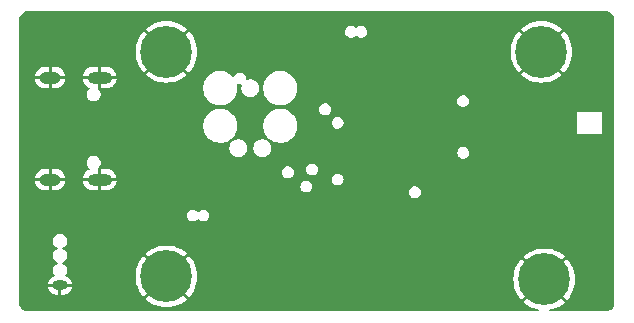
<source format=gbr>
%TF.GenerationSoftware,KiCad,Pcbnew,8.0.2*%
%TF.CreationDate,2024-11-05T19:48:56-03:00*%
%TF.ProjectId,BluetoothBoardSTM32,426c7565-746f-46f7-9468-426f61726453,rev?*%
%TF.SameCoordinates,PX2e0e41fPY5a51da2*%
%TF.FileFunction,Copper,L2,Inr*%
%TF.FilePolarity,Positive*%
%FSLAX46Y46*%
G04 Gerber Fmt 4.6, Leading zero omitted, Abs format (unit mm)*
G04 Created by KiCad (PCBNEW 8.0.2) date 2024-11-05 19:48:56*
%MOMM*%
%LPD*%
G01*
G04 APERTURE LIST*
%TA.AperFunction,ComponentPad*%
%ADD10C,4.400000*%
%TD*%
%TA.AperFunction,ComponentPad*%
%ADD11O,1.300000X0.800000*%
%TD*%
%TA.AperFunction,ComponentPad*%
%ADD12O,2.100000X1.000000*%
%TD*%
%TA.AperFunction,ComponentPad*%
%ADD13O,1.800000X1.000000*%
%TD*%
%TA.AperFunction,ViaPad*%
%ADD14C,0.900000*%
%TD*%
%TA.AperFunction,ViaPad*%
%ADD15C,0.700000*%
%TD*%
G04 APERTURE END LIST*
D10*
%TO.N,GND*%
%TO.C,H2*%
X12457105Y2957106D03*
%TD*%
%TO.N,GND*%
%TO.C,H3*%
X44207105Y21957106D03*
%TD*%
%TO.N,GND*%
%TO.C,H4*%
X44457105Y2707106D03*
%TD*%
D11*
%TO.N,GND*%
%TO.C,J2*%
X3457105Y2207106D03*
%TD*%
D12*
%TO.N,GND*%
%TO.C,J4*%
X6812105Y19777106D03*
D13*
X2632105Y19777106D03*
D12*
X6812105Y11137106D03*
D13*
X2632105Y11137106D03*
%TD*%
D10*
%TO.N,GND*%
%TO.C,H1*%
X12457105Y21957106D03*
%TD*%
D14*
%TO.N,GND*%
X41707105Y24707106D03*
D15*
X47307105Y18707106D03*
X8807105Y12207106D03*
X25207105Y7077106D03*
X22007105Y5127106D03*
D14*
X43707105Y10707106D03*
D15*
X30457105Y13507106D03*
D14*
X707105Y18707106D03*
X49707105Y7707106D03*
D15*
X47107105Y13207106D03*
X9457105Y16557106D03*
X33957105Y14707106D03*
X39957105Y11477106D03*
D14*
X15707105Y707106D03*
D15*
X3137105Y21707106D03*
D14*
X707105Y21707106D03*
D15*
X48407105Y18707106D03*
D14*
X6707105Y21707106D03*
D15*
X48307105Y13207106D03*
D14*
X49707105Y4707106D03*
X38707105Y24707106D03*
X707105Y15707106D03*
D15*
X37492105Y16807106D03*
D14*
X18707105Y707106D03*
X43707105Y7707106D03*
X707105Y1707106D03*
D15*
X24307105Y9407106D03*
X32957105Y16207106D03*
D14*
X3707105Y15707106D03*
X39707105Y707106D03*
X35707105Y24707106D03*
D15*
X10407105Y13507106D03*
D14*
X9707105Y24707106D03*
D15*
X33957105Y12707106D03*
D14*
X39706870Y3672702D03*
D15*
X31007105Y8907106D03*
X34057105Y19407106D03*
D14*
X46707105Y7707106D03*
D15*
X26957105Y13707106D03*
D14*
X30707105Y707106D03*
D15*
X27007105Y20707106D03*
D14*
X707105Y8707106D03*
X6707105Y24707106D03*
D15*
X29457105Y14707106D03*
X8807105Y18607106D03*
D14*
X20707105Y10007106D03*
X707105Y4707106D03*
D15*
X25757105Y22957106D03*
X36007105Y19992106D03*
D14*
X3707105Y24707106D03*
X32707105Y24707106D03*
X24707105Y707106D03*
X15707105Y24707106D03*
D15*
X17407105Y13907106D03*
D14*
X33707105Y707106D03*
D15*
X25757105Y21957106D03*
X41727105Y14957106D03*
X14707105Y11807106D03*
X24907105Y18507106D03*
X33957105Y16957106D03*
X27222105Y9707106D03*
X38727105Y14957106D03*
D14*
X707105Y12707106D03*
D15*
X32957105Y13457106D03*
X3237105Y9007106D03*
X20807105Y5167106D03*
D14*
X7707105Y707106D03*
D15*
X33707105Y7622106D03*
D14*
X24707105Y24707106D03*
D15*
X25707105Y13707106D03*
X29457105Y16957106D03*
X31707105Y16957106D03*
X49507105Y18707106D03*
X10407105Y12607106D03*
X39307105Y21007106D03*
D14*
X3707105Y12707106D03*
X46707105Y10707106D03*
D15*
X49507105Y13207106D03*
X15607105Y11807106D03*
D14*
X18707105Y24707106D03*
X49707105Y10707106D03*
X36707105Y707106D03*
D15*
X27107105Y19707106D03*
X30457105Y16207106D03*
D14*
X36707105Y3707106D03*
X27707105Y707106D03*
X39707105Y6707106D03*
D15*
X29457105Y12707106D03*
D14*
X21707105Y24707106D03*
D15*
X36457105Y13437106D03*
X43307105Y16907106D03*
X33057105Y19407106D03*
X24307105Y8507106D03*
X31707105Y12457106D03*
D14*
X21707105Y707106D03*
D15*
X43307105Y15007106D03*
%TD*%
%TA.AperFunction,Conductor*%
%TO.N,GND*%
G36*
X49710719Y25406250D02*
G01*
X49836322Y25393879D01*
X49850540Y25391051D01*
X49967822Y25355475D01*
X49981217Y25349926D01*
X50089298Y25292155D01*
X50101359Y25284096D01*
X50196091Y25206351D01*
X50206349Y25196093D01*
X50284094Y25101361D01*
X50292153Y25089300D01*
X50349922Y24981223D01*
X50355474Y24967820D01*
X50391048Y24850547D01*
X50393878Y24836320D01*
X50406249Y24710722D01*
X50406605Y24703468D01*
X50406605Y710745D01*
X50406249Y703491D01*
X50393878Y577893D01*
X50391048Y563666D01*
X50355474Y446393D01*
X50349922Y432990D01*
X50292153Y324913D01*
X50284094Y312852D01*
X50206349Y218120D01*
X50196091Y207862D01*
X50101359Y130117D01*
X50089298Y122058D01*
X49981221Y64289D01*
X49967818Y58737D01*
X49850545Y23163D01*
X49836318Y20333D01*
X49726523Y9519D01*
X49710718Y7962D01*
X49703466Y7606D01*
X44964751Y7606D01*
X44912425Y29280D01*
X44890751Y81606D01*
X44912425Y133932D01*
X44951412Y154394D01*
X45080468Y178045D01*
X45380761Y271621D01*
X45667588Y400711D01*
X45667597Y400716D01*
X45936773Y563438D01*
X46184375Y757422D01*
X46207194Y780240D01*
X45142230Y1845204D01*
X45173707Y1868073D01*
X45296138Y1990504D01*
X45319007Y2021981D01*
X46383971Y957017D01*
X46406789Y979836D01*
X46600773Y1227438D01*
X46763495Y1496614D01*
X46763500Y1496623D01*
X46892590Y1783450D01*
X46986166Y2083743D01*
X47042865Y2393140D01*
X47061856Y2707106D01*
X47042865Y3021073D01*
X46986166Y3330470D01*
X46892590Y3630763D01*
X46763500Y3917590D01*
X46763495Y3917599D01*
X46600773Y4186775D01*
X46406789Y4434377D01*
X46383971Y4457195D01*
X45319007Y3392232D01*
X45296138Y3423708D01*
X45173707Y3546139D01*
X45142230Y3569009D01*
X46207194Y4633972D01*
X46184375Y4656791D01*
X45936773Y4850775D01*
X45667597Y5013497D01*
X45667588Y5013502D01*
X45380761Y5142592D01*
X45080468Y5236168D01*
X44771071Y5292867D01*
X44457105Y5311858D01*
X44143138Y5292867D01*
X43833741Y5236168D01*
X43533448Y5142592D01*
X43246621Y5013502D01*
X43246612Y5013497D01*
X42977436Y4850775D01*
X42729834Y4656791D01*
X42707016Y4633972D01*
X43771979Y3569009D01*
X43740503Y3546139D01*
X43618072Y3423708D01*
X43595202Y3392232D01*
X42530239Y4457195D01*
X42507420Y4434377D01*
X42313436Y4186775D01*
X42150714Y3917599D01*
X42150709Y3917590D01*
X42021619Y3630763D01*
X41928043Y3330470D01*
X41871344Y3021073D01*
X41852353Y2707106D01*
X41871344Y2393140D01*
X41928043Y2083743D01*
X42021619Y1783450D01*
X42150709Y1496623D01*
X42150714Y1496614D01*
X42313436Y1227438D01*
X42507420Y979836D01*
X42530239Y957017D01*
X43595202Y2021981D01*
X43618072Y1990504D01*
X43740503Y1868073D01*
X43771979Y1845204D01*
X42707016Y780240D01*
X42729834Y757422D01*
X42977436Y563438D01*
X43246612Y400716D01*
X43246621Y400711D01*
X43533448Y271621D01*
X43833741Y178045D01*
X43962798Y154394D01*
X44010360Y123643D01*
X44022247Y68267D01*
X43991496Y20705D01*
X43949459Y7606D01*
X760671Y7606D01*
X760659Y7607D01*
X754700Y7607D01*
X710744Y7607D01*
X703491Y7963D01*
X682441Y10037D01*
X577892Y20334D01*
X563665Y23164D01*
X446391Y58738D01*
X432988Y64290D01*
X324911Y122059D01*
X312850Y130118D01*
X218119Y207862D01*
X207861Y218120D01*
X130116Y312852D01*
X122057Y324913D01*
X81539Y400716D01*
X64286Y432994D01*
X58736Y446393D01*
X23161Y563671D01*
X20333Y577889D01*
X7963Y703481D01*
X7607Y710734D01*
X7607Y759842D01*
X7605Y759872D01*
X7605Y2332107D01*
X2416295Y2332107D01*
X2416296Y2332106D01*
X3238283Y2332106D01*
X3207105Y2256834D01*
X3207105Y2157378D01*
X3238283Y2082106D01*
X2416295Y2082106D01*
X2437846Y1973762D01*
X2437848Y1973755D01*
X2498152Y1828168D01*
X2585703Y1697137D01*
X2697135Y1585705D01*
X2828166Y1498154D01*
X2973753Y1437850D01*
X2973760Y1437848D01*
X3128313Y1407106D01*
X3332105Y1407106D01*
X3332105Y1988285D01*
X3407377Y1957106D01*
X3506833Y1957106D01*
X3582105Y1988285D01*
X3582105Y1407106D01*
X3785897Y1407106D01*
X3940449Y1437848D01*
X3940456Y1437850D01*
X4086043Y1498154D01*
X4217074Y1585705D01*
X4217076Y1585706D01*
X4328505Y1697135D01*
X4328506Y1697137D01*
X4416057Y1828168D01*
X4476361Y1973755D01*
X4476363Y1973762D01*
X4497914Y2082106D01*
X3675927Y2082106D01*
X3707105Y2157378D01*
X3707105Y2256834D01*
X3675927Y2332106D01*
X4497914Y2332106D01*
X4497914Y2332107D01*
X4476363Y2440451D01*
X4476361Y2440458D01*
X4416057Y2586045D01*
X4328506Y2717076D01*
X4217074Y2828508D01*
X4086043Y2916059D01*
X3986946Y2957106D01*
X9852353Y2957106D01*
X9871344Y2643140D01*
X9928043Y2333743D01*
X10021619Y2033450D01*
X10150709Y1746623D01*
X10150714Y1746614D01*
X10313436Y1477438D01*
X10507420Y1229836D01*
X10530239Y1207017D01*
X11595202Y2271981D01*
X11618072Y2240504D01*
X11740503Y2118073D01*
X11771979Y2095204D01*
X10707016Y1030240D01*
X10729834Y1007422D01*
X10977436Y813438D01*
X11246612Y650716D01*
X11246621Y650711D01*
X11533448Y521621D01*
X11833741Y428045D01*
X12143138Y371346D01*
X12457105Y352355D01*
X12771071Y371346D01*
X13080468Y428045D01*
X13380761Y521621D01*
X13667588Y650711D01*
X13667597Y650716D01*
X13936773Y813438D01*
X14184375Y1007422D01*
X14207194Y1030240D01*
X13142230Y2095204D01*
X13173707Y2118073D01*
X13296138Y2240504D01*
X13319007Y2271981D01*
X14383971Y1207017D01*
X14406789Y1229836D01*
X14600773Y1477438D01*
X14763495Y1746614D01*
X14763500Y1746623D01*
X14892590Y2033450D01*
X14986166Y2333743D01*
X15042865Y2643140D01*
X15061856Y2957106D01*
X15042865Y3271073D01*
X14986166Y3580470D01*
X14892590Y3880763D01*
X14763500Y4167590D01*
X14763495Y4167599D01*
X14600773Y4436775D01*
X14406789Y4684377D01*
X14383971Y4707195D01*
X13319007Y3642232D01*
X13296138Y3673708D01*
X13173707Y3796139D01*
X13142230Y3819009D01*
X14207194Y4883972D01*
X14184375Y4906791D01*
X13936773Y5100775D01*
X13667597Y5263497D01*
X13667588Y5263502D01*
X13380761Y5392592D01*
X13080468Y5486168D01*
X12771071Y5542867D01*
X12457105Y5561858D01*
X12143138Y5542867D01*
X11833741Y5486168D01*
X11533448Y5392592D01*
X11246621Y5263502D01*
X11246612Y5263497D01*
X10977436Y5100775D01*
X10729834Y4906791D01*
X10707016Y4883972D01*
X11771979Y3819009D01*
X11740503Y3796139D01*
X11618072Y3673708D01*
X11595202Y3642232D01*
X10530239Y4707195D01*
X10507420Y4684377D01*
X10313436Y4436775D01*
X10150714Y4167599D01*
X10150709Y4167590D01*
X10021619Y3880763D01*
X9928043Y3580470D01*
X9871344Y3271073D01*
X9852353Y2957106D01*
X3986946Y2957106D01*
X3961556Y2967623D01*
X3921508Y3007672D01*
X3921508Y3064309D01*
X3934910Y3084364D01*
X3934674Y3084545D01*
X3937447Y3088159D01*
X3937554Y3088320D01*
X3937625Y3088390D01*
X4016682Y3225322D01*
X4057604Y3378047D01*
X4057605Y3378047D01*
X4057605Y3536165D01*
X4057604Y3536166D01*
X4027662Y3647910D01*
X4016682Y3688890D01*
X3937625Y3825822D01*
X3825821Y3937626D01*
X3688889Y4016683D01*
X3688886Y4016684D01*
X3686572Y4018020D01*
X3652094Y4062953D01*
X3659486Y4119106D01*
X3686572Y4146192D01*
X3688886Y4147529D01*
X3688889Y4147529D01*
X3825821Y4226586D01*
X3937625Y4338390D01*
X4016682Y4475322D01*
X4057604Y4628047D01*
X4057605Y4628047D01*
X4057605Y4786165D01*
X4057604Y4786166D01*
X4016683Y4938886D01*
X4016682Y4938890D01*
X3937625Y5075822D01*
X3825821Y5187626D01*
X3688889Y5266683D01*
X3688886Y5266684D01*
X3686572Y5268020D01*
X3652094Y5312953D01*
X3659486Y5369106D01*
X3686572Y5396192D01*
X3688886Y5397529D01*
X3688889Y5397529D01*
X3825821Y5476586D01*
X3937625Y5588390D01*
X4016682Y5725322D01*
X4057604Y5878047D01*
X4057605Y5878047D01*
X4057605Y6036165D01*
X4057604Y6036166D01*
X4016683Y6188886D01*
X4016682Y6188890D01*
X3937625Y6325822D01*
X3825821Y6437626D01*
X3688889Y6516683D01*
X3688886Y6516684D01*
X3688884Y6516685D01*
X3536164Y6557606D01*
X3536162Y6557606D01*
X3378048Y6557606D01*
X3378046Y6557606D01*
X3225325Y6516685D01*
X3225319Y6516682D01*
X3088388Y6437626D01*
X2976585Y6325823D01*
X2897529Y6188892D01*
X2897526Y6188886D01*
X2856605Y6036166D01*
X2856605Y5878047D01*
X2897526Y5725327D01*
X2897527Y5725325D01*
X2897528Y5725322D01*
X2976585Y5588390D01*
X3088389Y5476586D01*
X3225321Y5397529D01*
X3227637Y5396192D01*
X3262115Y5351259D01*
X3254723Y5295106D01*
X3227637Y5268020D01*
X3088388Y5187626D01*
X2976585Y5075823D01*
X2897529Y4938892D01*
X2897526Y4938886D01*
X2856605Y4786166D01*
X2856605Y4628047D01*
X2897526Y4475327D01*
X2897527Y4475325D01*
X2897528Y4475322D01*
X2976585Y4338390D01*
X3088389Y4226586D01*
X3190574Y4167590D01*
X3227637Y4146192D01*
X3262115Y4101259D01*
X3254723Y4045106D01*
X3227637Y4018020D01*
X3088388Y3937626D01*
X2976585Y3825823D01*
X2897529Y3688892D01*
X2897526Y3688886D01*
X2856605Y3536166D01*
X2856605Y3378047D01*
X2897526Y3225327D01*
X2897527Y3225325D01*
X2897528Y3225322D01*
X2950320Y3133883D01*
X2976585Y3088390D01*
X2976659Y3088316D01*
X2976679Y3088267D01*
X2979538Y3084541D01*
X2978539Y3083776D01*
X2998333Y3035990D01*
X2976659Y2983664D01*
X2952652Y2967623D01*
X2828166Y2916059D01*
X2697135Y2828508D01*
X2697134Y2828506D01*
X2585705Y2717077D01*
X2585703Y2717076D01*
X2498152Y2586045D01*
X2437848Y2440458D01*
X2437846Y2440451D01*
X2416295Y2332107D01*
X7605Y2332107D01*
X7605Y8107106D01*
X14201458Y8107106D01*
X14221939Y7964652D01*
X14281728Y7833733D01*
X14375973Y7724967D01*
X14375974Y7724966D01*
X14375977Y7724963D01*
X14497052Y7647153D01*
X14603508Y7615895D01*
X14635140Y7606607D01*
X14635142Y7606606D01*
X14635144Y7606606D01*
X14779068Y7606606D01*
X14779069Y7606607D01*
X14917158Y7647153D01*
X15038233Y7724963D01*
X15101180Y7797609D01*
X15151826Y7822959D01*
X15205565Y7805074D01*
X15213025Y7797614D01*
X15275977Y7724963D01*
X15397052Y7647153D01*
X15503508Y7615895D01*
X15535140Y7606607D01*
X15535142Y7606606D01*
X15535144Y7606606D01*
X15679068Y7606606D01*
X15679069Y7606607D01*
X15817158Y7647153D01*
X15938233Y7724963D01*
X16032482Y7833733D01*
X16092270Y7964649D01*
X16112752Y8107106D01*
X16092270Y8249563D01*
X16032482Y8380479D01*
X15938233Y8489249D01*
X15881287Y8525846D01*
X15817159Y8567059D01*
X15817155Y8567060D01*
X15679069Y8607606D01*
X15679066Y8607606D01*
X15535144Y8607606D01*
X15535141Y8607606D01*
X15397054Y8567060D01*
X15397050Y8567059D01*
X15275980Y8489251D01*
X15275977Y8489249D01*
X15213029Y8416604D01*
X15162384Y8391253D01*
X15108645Y8409138D01*
X15101184Y8416599D01*
X15038233Y8489249D01*
X14981287Y8525846D01*
X14917159Y8567059D01*
X14917155Y8567060D01*
X14779069Y8607606D01*
X14779066Y8607606D01*
X14635144Y8607606D01*
X14635141Y8607606D01*
X14497054Y8567060D01*
X14497050Y8567059D01*
X14375980Y8489251D01*
X14375973Y8489246D01*
X14281728Y8380480D01*
X14221939Y8249561D01*
X14201458Y8107106D01*
X7605Y8107106D01*
X7605Y11262107D01*
X1339336Y11262107D01*
X1339337Y11262106D01*
X1957863Y11262106D01*
X1952549Y11252902D01*
X1932105Y11176602D01*
X1932105Y11097610D01*
X1952549Y11021310D01*
X1957863Y11012106D01*
X1339336Y11012106D01*
X1366689Y10874593D01*
X1366692Y10874582D01*
X1434532Y10710801D01*
X1533028Y10563390D01*
X1658388Y10438030D01*
X1805800Y10339534D01*
X1805799Y10339534D01*
X1969580Y10271694D01*
X1969591Y10271691D01*
X2143464Y10237106D01*
X2507105Y10237106D01*
X2507105Y10837106D01*
X2757105Y10837106D01*
X2757105Y10237106D01*
X3120746Y10237106D01*
X3294618Y10271691D01*
X3294629Y10271694D01*
X3458410Y10339534D01*
X3605821Y10438030D01*
X3605823Y10438031D01*
X3731180Y10563388D01*
X3731181Y10563390D01*
X3829677Y10710801D01*
X3897517Y10874582D01*
X3897520Y10874593D01*
X3924873Y11012106D01*
X3306347Y11012106D01*
X3311661Y11021310D01*
X3332105Y11097610D01*
X3332105Y11176602D01*
X3311661Y11252902D01*
X3306347Y11262106D01*
X3924873Y11262106D01*
X3924873Y11262107D01*
X5369336Y11262107D01*
X5369337Y11262106D01*
X5987863Y11262106D01*
X5982549Y11252902D01*
X5962105Y11176602D01*
X5962105Y11097610D01*
X5982549Y11021310D01*
X5987863Y11012106D01*
X5369336Y11012106D01*
X5396689Y10874593D01*
X5396692Y10874582D01*
X5464532Y10710801D01*
X5563028Y10563390D01*
X5688388Y10438030D01*
X5835800Y10339534D01*
X5835799Y10339534D01*
X5999580Y10271694D01*
X5999591Y10271691D01*
X6173464Y10237106D01*
X6687105Y10237106D01*
X6687105Y10837106D01*
X6937105Y10837106D01*
X6937105Y10237106D01*
X7450746Y10237106D01*
X7624618Y10271691D01*
X7624629Y10271694D01*
X7788410Y10339534D01*
X7935821Y10438030D01*
X7935823Y10438031D01*
X8054898Y10557106D01*
X23801458Y10557106D01*
X23821939Y10414652D01*
X23821939Y10414651D01*
X23821940Y10414649D01*
X23856244Y10339534D01*
X23881728Y10283733D01*
X23975973Y10174967D01*
X23975974Y10174966D01*
X23975977Y10174963D01*
X24097052Y10097153D01*
X24203508Y10065895D01*
X24235140Y10056607D01*
X24235142Y10056606D01*
X24235144Y10056606D01*
X24379068Y10056606D01*
X24379069Y10056607D01*
X24465912Y10082106D01*
X33001458Y10082106D01*
X33021939Y9939652D01*
X33081728Y9808733D01*
X33175973Y9699967D01*
X33175974Y9699966D01*
X33175977Y9699963D01*
X33297052Y9622153D01*
X33403508Y9590895D01*
X33435140Y9581607D01*
X33435142Y9581606D01*
X33435144Y9581606D01*
X33579068Y9581606D01*
X33579069Y9581607D01*
X33717158Y9622153D01*
X33838233Y9699963D01*
X33932482Y9808733D01*
X33992270Y9939649D01*
X34012752Y10082106D01*
X33992270Y10224563D01*
X33932482Y10355479D01*
X33838233Y10464249D01*
X33781287Y10500846D01*
X33717159Y10542059D01*
X33717155Y10542060D01*
X33579069Y10582606D01*
X33579066Y10582606D01*
X33435144Y10582606D01*
X33435141Y10582606D01*
X33297054Y10542060D01*
X33297050Y10542059D01*
X33175980Y10464251D01*
X33175973Y10464246D01*
X33081728Y10355480D01*
X33021939Y10224561D01*
X33001458Y10082106D01*
X24465912Y10082106D01*
X24517158Y10097153D01*
X24638233Y10174963D01*
X24732482Y10283733D01*
X24792270Y10414649D01*
X24812752Y10557106D01*
X24792270Y10699563D01*
X24732482Y10830479D01*
X24638233Y10939249D01*
X24581287Y10975846D01*
X24517159Y11017059D01*
X24517155Y11017060D01*
X24379069Y11057606D01*
X24379066Y11057606D01*
X24235144Y11057606D01*
X24235141Y11057606D01*
X24097054Y11017060D01*
X24097050Y11017059D01*
X23975980Y10939251D01*
X23975973Y10939246D01*
X23881728Y10830480D01*
X23821939Y10699561D01*
X23801458Y10557106D01*
X8054898Y10557106D01*
X8061180Y10563388D01*
X8061181Y10563390D01*
X8159677Y10710801D01*
X8227517Y10874582D01*
X8227520Y10874593D01*
X8254873Y11012106D01*
X7636347Y11012106D01*
X7641661Y11021310D01*
X7662105Y11097610D01*
X7662105Y11157106D01*
X26451458Y11157106D01*
X26471939Y11014652D01*
X26471939Y11014651D01*
X26471940Y11014649D01*
X26506376Y10939246D01*
X26531728Y10883733D01*
X26625973Y10774967D01*
X26625974Y10774966D01*
X26625977Y10774963D01*
X26747052Y10697153D01*
X26853508Y10665895D01*
X26885140Y10656607D01*
X26885142Y10656606D01*
X26885144Y10656606D01*
X27029068Y10656606D01*
X27029069Y10656607D01*
X27167158Y10697153D01*
X27288233Y10774963D01*
X27382482Y10883733D01*
X27442270Y11014649D01*
X27462752Y11157106D01*
X27442270Y11299563D01*
X27382482Y11430479D01*
X27288233Y11539249D01*
X27231287Y11575846D01*
X27167159Y11617059D01*
X27167155Y11617060D01*
X27029069Y11657606D01*
X27029066Y11657606D01*
X26885144Y11657606D01*
X26885141Y11657606D01*
X26747054Y11617060D01*
X26747050Y11617059D01*
X26625980Y11539251D01*
X26625973Y11539246D01*
X26531728Y11430480D01*
X26471939Y11299561D01*
X26451458Y11157106D01*
X7662105Y11157106D01*
X7662105Y11176602D01*
X7641661Y11252902D01*
X7636347Y11262106D01*
X8254873Y11262106D01*
X8254873Y11262107D01*
X8227520Y11399620D01*
X8227517Y11399631D01*
X8159677Y11563412D01*
X8061181Y11710823D01*
X8014898Y11757106D01*
X22251458Y11757106D01*
X22271939Y11614652D01*
X22271939Y11614651D01*
X22271940Y11614649D01*
X22306376Y11539246D01*
X22331728Y11483733D01*
X22425973Y11374967D01*
X22425974Y11374966D01*
X22425977Y11374963D01*
X22547052Y11297153D01*
X22653508Y11265895D01*
X22685140Y11256607D01*
X22685142Y11256606D01*
X22685144Y11256606D01*
X22829068Y11256606D01*
X22829069Y11256607D01*
X22847797Y11262106D01*
X22967158Y11297153D01*
X23088233Y11374963D01*
X23182482Y11483733D01*
X23242270Y11614649D01*
X23262752Y11757106D01*
X23242270Y11899563D01*
X23193156Y12007106D01*
X24301458Y12007106D01*
X24321939Y11864652D01*
X24381728Y11733733D01*
X24475973Y11624967D01*
X24475974Y11624966D01*
X24475977Y11624963D01*
X24597052Y11547153D01*
X24703508Y11515895D01*
X24735140Y11506607D01*
X24735142Y11506606D01*
X24735144Y11506606D01*
X24879068Y11506606D01*
X24879069Y11506607D01*
X25017158Y11547153D01*
X25138233Y11624963D01*
X25232482Y11733733D01*
X25292270Y11864649D01*
X25312752Y12007106D01*
X25292270Y12149563D01*
X25232482Y12280479D01*
X25208919Y12307672D01*
X25138236Y12389246D01*
X25138234Y12389247D01*
X25138233Y12389249D01*
X25081287Y12425846D01*
X25017159Y12467059D01*
X25017155Y12467060D01*
X24879069Y12507606D01*
X24879066Y12507606D01*
X24735144Y12507606D01*
X24735141Y12507606D01*
X24597054Y12467060D01*
X24597050Y12467059D01*
X24475980Y12389251D01*
X24475973Y12389246D01*
X24381728Y12280480D01*
X24321939Y12149561D01*
X24301458Y12007106D01*
X23193156Y12007106D01*
X23182482Y12030479D01*
X23088233Y12139249D01*
X23031287Y12175846D01*
X22967159Y12217059D01*
X22967155Y12217060D01*
X22829069Y12257606D01*
X22829066Y12257606D01*
X22685144Y12257606D01*
X22685141Y12257606D01*
X22547054Y12217060D01*
X22547050Y12217059D01*
X22425980Y12139251D01*
X22425973Y12139246D01*
X22331728Y12030480D01*
X22271939Y11899561D01*
X22251458Y11757106D01*
X8014898Y11757106D01*
X7935821Y11836183D01*
X7788409Y11934679D01*
X7788410Y11934679D01*
X7624629Y12002519D01*
X7624618Y12002522D01*
X7450746Y12037106D01*
X6937105Y12037106D01*
X6937105Y11437106D01*
X6687105Y11437106D01*
X6687105Y12056674D01*
X6679267Y12075596D01*
X6700940Y12127921D01*
X6780621Y12207601D01*
X6857704Y12341112D01*
X6897604Y12490021D01*
X6897605Y12490021D01*
X6897605Y12644191D01*
X6897604Y12644192D01*
X6857705Y12793097D01*
X6857703Y12793102D01*
X6780623Y12926608D01*
X6780622Y12926609D01*
X6780621Y12926611D01*
X6671610Y13035622D01*
X6671607Y13035624D01*
X6671606Y13035625D01*
X6538100Y13112705D01*
X6538095Y13112707D01*
X6389190Y13152606D01*
X6389188Y13152606D01*
X6235022Y13152606D01*
X6235020Y13152606D01*
X6086114Y13112707D01*
X6086109Y13112705D01*
X5952603Y13035625D01*
X5843586Y12926608D01*
X5766506Y12793102D01*
X5766504Y12793097D01*
X5726605Y12644192D01*
X5726605Y12490021D01*
X5766504Y12341116D01*
X5766506Y12341111D01*
X5843586Y12207605D01*
X5843587Y12207604D01*
X5843589Y12207601D01*
X5952600Y12098590D01*
X5952602Y12098589D01*
X5955982Y12095209D01*
X5977656Y12042883D01*
X5955982Y11990557D01*
X5931975Y11974516D01*
X5835798Y11934678D01*
X5688388Y11836183D01*
X5688387Y11836181D01*
X5563030Y11710824D01*
X5563028Y11710823D01*
X5464532Y11563412D01*
X5396692Y11399631D01*
X5396689Y11399620D01*
X5369336Y11262107D01*
X3924873Y11262107D01*
X3897520Y11399620D01*
X3897517Y11399631D01*
X3829677Y11563412D01*
X3731181Y11710823D01*
X3605821Y11836183D01*
X3458409Y11934679D01*
X3458410Y11934679D01*
X3294629Y12002519D01*
X3294618Y12002522D01*
X3120746Y12037106D01*
X2757105Y12037106D01*
X2757105Y11437106D01*
X2507105Y11437106D01*
X2507105Y12037106D01*
X2143464Y12037106D01*
X1969591Y12002522D01*
X1969580Y12002519D01*
X1805799Y11934679D01*
X1658388Y11836183D01*
X1658387Y11836181D01*
X1533030Y11710824D01*
X1533028Y11710823D01*
X1434532Y11563412D01*
X1366692Y11399631D01*
X1366689Y11399620D01*
X1339336Y11262107D01*
X7605Y11262107D01*
X7605Y13881546D01*
X17795305Y13881546D01*
X17795305Y13732667D01*
X17824348Y13586654D01*
X17824350Y13586647D01*
X17881323Y13449101D01*
X17964034Y13325316D01*
X17964037Y13325312D01*
X18069311Y13220038D01*
X18193099Y13137325D01*
X18330646Y13080351D01*
X18476665Y13051306D01*
X18476666Y13051306D01*
X18625544Y13051306D01*
X18625545Y13051306D01*
X18771564Y13080351D01*
X18909111Y13137325D01*
X19032899Y13220038D01*
X19138173Y13325312D01*
X19220886Y13449100D01*
X19277860Y13586647D01*
X19306905Y13732666D01*
X19306905Y13881546D01*
X19827305Y13881546D01*
X19827305Y13732667D01*
X19856348Y13586654D01*
X19856350Y13586647D01*
X19913323Y13449101D01*
X19996034Y13325316D01*
X19996037Y13325312D01*
X20101311Y13220038D01*
X20225099Y13137325D01*
X20362646Y13080351D01*
X20508665Y13051306D01*
X20508666Y13051306D01*
X20657544Y13051306D01*
X20657545Y13051306D01*
X20803564Y13080351D01*
X20941111Y13137325D01*
X21064899Y13220038D01*
X21170173Y13325312D01*
X21224826Y13407106D01*
X37101458Y13407106D01*
X37121939Y13264652D01*
X37121939Y13264651D01*
X37121940Y13264649D01*
X37173109Y13152606D01*
X37181728Y13133733D01*
X37275973Y13024967D01*
X37275974Y13024966D01*
X37275977Y13024963D01*
X37397052Y12947153D01*
X37467023Y12926608D01*
X37535140Y12906607D01*
X37535142Y12906606D01*
X37535144Y12906606D01*
X37679068Y12906606D01*
X37679069Y12906607D01*
X37817158Y12947153D01*
X37938233Y13024963D01*
X38032482Y13133733D01*
X38092270Y13264649D01*
X38112752Y13407106D01*
X38092270Y13549563D01*
X38032482Y13680479D01*
X37938233Y13789249D01*
X37881287Y13825846D01*
X37817159Y13867059D01*
X37817155Y13867060D01*
X37679069Y13907606D01*
X37679066Y13907606D01*
X37535144Y13907606D01*
X37535141Y13907606D01*
X37397054Y13867060D01*
X37397050Y13867059D01*
X37275980Y13789251D01*
X37275973Y13789246D01*
X37181728Y13680480D01*
X37121939Y13549561D01*
X37101458Y13407106D01*
X21224826Y13407106D01*
X21252886Y13449100D01*
X21309860Y13586647D01*
X21338905Y13732666D01*
X21338905Y13881546D01*
X21309860Y14027565D01*
X21252886Y14165112D01*
X21170173Y14288900D01*
X21064899Y14394174D01*
X21064895Y14394177D01*
X20941110Y14476888D01*
X20803564Y14533861D01*
X20803557Y14533863D01*
X20693555Y14555744D01*
X20657545Y14562906D01*
X20508665Y14562906D01*
X20479779Y14557161D01*
X20362652Y14533863D01*
X20362645Y14533861D01*
X20225099Y14476888D01*
X20101314Y14394177D01*
X19996034Y14288897D01*
X19913323Y14165112D01*
X19856350Y14027566D01*
X19856348Y14027559D01*
X19827305Y13881546D01*
X19306905Y13881546D01*
X19277860Y14027565D01*
X19220886Y14165112D01*
X19138173Y14288900D01*
X19032899Y14394174D01*
X19032895Y14394177D01*
X18909110Y14476888D01*
X18771564Y14533861D01*
X18771557Y14533863D01*
X18661555Y14555744D01*
X18625545Y14562906D01*
X18476665Y14562906D01*
X18447779Y14557161D01*
X18330652Y14533863D01*
X18330645Y14533861D01*
X18193099Y14476888D01*
X18069314Y14394177D01*
X17964034Y14288897D01*
X17881323Y14165112D01*
X17824350Y14027566D01*
X17824348Y14027559D01*
X17795305Y13881546D01*
X7605Y13881546D01*
X7605Y15826064D01*
X15579155Y15826064D01*
X15579155Y15598149D01*
X15614808Y15373047D01*
X15614811Y15373034D01*
X15685235Y15156289D01*
X15685237Y15156285D01*
X15761248Y15007106D01*
X15788707Y14953215D01*
X15922671Y14768830D01*
X16083829Y14607672D01*
X16268214Y14473708D01*
X16424302Y14394177D01*
X16471283Y14370239D01*
X16471287Y14370237D01*
X16688032Y14299813D01*
X16688038Y14299812D01*
X16688043Y14299810D01*
X16756925Y14288900D01*
X16913147Y14264156D01*
X16913149Y14264156D01*
X17141063Y14264156D01*
X17231103Y14278418D01*
X17366167Y14299810D01*
X17366174Y14299813D01*
X17366177Y14299813D01*
X17582922Y14370237D01*
X17582922Y14370238D01*
X17582925Y14370238D01*
X17785996Y14473708D01*
X17970381Y14607672D01*
X18131539Y14768830D01*
X18265503Y14953215D01*
X18368973Y15156286D01*
X18439401Y15373044D01*
X18471382Y15574962D01*
X18475055Y15598149D01*
X18475055Y15826064D01*
X20659155Y15826064D01*
X20659155Y15598149D01*
X20694808Y15373047D01*
X20694811Y15373034D01*
X20765235Y15156289D01*
X20765237Y15156285D01*
X20841248Y15007106D01*
X20868707Y14953215D01*
X21002671Y14768830D01*
X21163829Y14607672D01*
X21348214Y14473708D01*
X21504302Y14394177D01*
X21551283Y14370239D01*
X21551287Y14370237D01*
X21768032Y14299813D01*
X21768038Y14299812D01*
X21768043Y14299810D01*
X21836925Y14288900D01*
X21993147Y14264156D01*
X21993149Y14264156D01*
X22221063Y14264156D01*
X22311103Y14278418D01*
X22446167Y14299810D01*
X22446174Y14299813D01*
X22446177Y14299813D01*
X22662922Y14370237D01*
X22662922Y14370238D01*
X22662925Y14370238D01*
X22865996Y14473708D01*
X23050381Y14607672D01*
X23211539Y14768830D01*
X23345503Y14953215D01*
X23372962Y15007106D01*
X47242105Y15007106D01*
X49332105Y15007106D01*
X49332105Y16907106D01*
X47242105Y16907106D01*
X47242105Y15007106D01*
X23372962Y15007106D01*
X23448973Y15156286D01*
X23519401Y15373044D01*
X23551382Y15574962D01*
X23555055Y15598149D01*
X23555055Y15826064D01*
X23534299Y15957106D01*
X26451458Y15957106D01*
X26471939Y15814652D01*
X26531728Y15683733D01*
X26625973Y15574967D01*
X26625974Y15574966D01*
X26625977Y15574963D01*
X26747052Y15497153D01*
X26853508Y15465895D01*
X26885140Y15456607D01*
X26885142Y15456606D01*
X26885144Y15456606D01*
X27029068Y15456606D01*
X27029069Y15456607D01*
X27167158Y15497153D01*
X27288233Y15574963D01*
X27382482Y15683733D01*
X27442270Y15814649D01*
X27462752Y15957106D01*
X27442270Y16099563D01*
X27382482Y16230479D01*
X27288233Y16339249D01*
X27231287Y16375846D01*
X27167159Y16417059D01*
X27167155Y16417060D01*
X27029069Y16457606D01*
X27029066Y16457606D01*
X26885144Y16457606D01*
X26885141Y16457606D01*
X26747054Y16417060D01*
X26747050Y16417059D01*
X26625980Y16339251D01*
X26625973Y16339246D01*
X26531728Y16230480D01*
X26471939Y16099561D01*
X26451458Y15957106D01*
X23534299Y15957106D01*
X23519401Y16051166D01*
X23519398Y16051179D01*
X23448974Y16267924D01*
X23448972Y16267928D01*
X23445372Y16274993D01*
X23345503Y16470997D01*
X23257874Y16591607D01*
X23211542Y16655378D01*
X23211541Y16655379D01*
X23211539Y16655382D01*
X23050381Y16816540D01*
X23050378Y16816543D01*
X23050376Y16816544D01*
X22865998Y16950503D01*
X22865992Y16950506D01*
X22662926Y17053974D01*
X22662922Y17053976D01*
X22545569Y17092106D01*
X25401458Y17092106D01*
X25421939Y16949652D01*
X25481728Y16818733D01*
X25575973Y16709967D01*
X25575974Y16709966D01*
X25575977Y16709963D01*
X25697052Y16632153D01*
X25803508Y16600895D01*
X25835140Y16591607D01*
X25835142Y16591606D01*
X25835144Y16591606D01*
X25979068Y16591606D01*
X25979069Y16591607D01*
X26117158Y16632153D01*
X26238233Y16709963D01*
X26332482Y16818733D01*
X26392270Y16949649D01*
X26412752Y17092106D01*
X26392270Y17234563D01*
X26332482Y17365479D01*
X26308919Y17392672D01*
X26238236Y17474246D01*
X26238234Y17474247D01*
X26238233Y17474249D01*
X26163153Y17522500D01*
X26117159Y17552059D01*
X26117155Y17552060D01*
X25979069Y17592606D01*
X25979066Y17592606D01*
X25835144Y17592606D01*
X25835141Y17592606D01*
X25697054Y17552060D01*
X25697050Y17552059D01*
X25575980Y17474251D01*
X25575973Y17474246D01*
X25481728Y17365480D01*
X25421939Y17234561D01*
X25401458Y17092106D01*
X22545569Y17092106D01*
X22446177Y17124400D01*
X22446164Y17124403D01*
X22221063Y17160056D01*
X22221061Y17160056D01*
X21993149Y17160056D01*
X21993147Y17160056D01*
X21768045Y17124403D01*
X21768032Y17124400D01*
X21551287Y17053976D01*
X21551283Y17053974D01*
X21348217Y16950506D01*
X21348211Y16950503D01*
X21163833Y16816544D01*
X21002667Y16655378D01*
X20868708Y16471000D01*
X20868705Y16470994D01*
X20765237Y16267928D01*
X20765235Y16267924D01*
X20694811Y16051179D01*
X20694808Y16051166D01*
X20659155Y15826064D01*
X18475055Y15826064D01*
X18439401Y16051166D01*
X18439398Y16051179D01*
X18368974Y16267924D01*
X18368972Y16267928D01*
X18365372Y16274993D01*
X18265503Y16470997D01*
X18177874Y16591607D01*
X18131542Y16655378D01*
X18131541Y16655379D01*
X18131539Y16655382D01*
X17970381Y16816540D01*
X17970378Y16816543D01*
X17970376Y16816544D01*
X17785998Y16950503D01*
X17785992Y16950506D01*
X17582926Y17053974D01*
X17582922Y17053976D01*
X17366177Y17124400D01*
X17366164Y17124403D01*
X17141063Y17160056D01*
X17141061Y17160056D01*
X16913149Y17160056D01*
X16913147Y17160056D01*
X16688045Y17124403D01*
X16688032Y17124400D01*
X16471287Y17053976D01*
X16471283Y17053974D01*
X16268217Y16950506D01*
X16268211Y16950503D01*
X16083833Y16816544D01*
X15922667Y16655378D01*
X15788708Y16471000D01*
X15788705Y16470994D01*
X15685237Y16267928D01*
X15685235Y16267924D01*
X15614811Y16051179D01*
X15614808Y16051166D01*
X15579155Y15826064D01*
X7605Y15826064D01*
X7605Y19902107D01*
X1339336Y19902107D01*
X1339337Y19902106D01*
X1957863Y19902106D01*
X1952549Y19892902D01*
X1932105Y19816602D01*
X1932105Y19737610D01*
X1952549Y19661310D01*
X1957863Y19652106D01*
X1339336Y19652106D01*
X1366689Y19514593D01*
X1366692Y19514582D01*
X1434532Y19350801D01*
X1533028Y19203390D01*
X1658388Y19078030D01*
X1805800Y18979534D01*
X1805799Y18979534D01*
X1969580Y18911694D01*
X1969591Y18911691D01*
X2143464Y18877106D01*
X2507105Y18877106D01*
X2507105Y19477106D01*
X2757105Y19477106D01*
X2757105Y18877106D01*
X3120746Y18877106D01*
X3294618Y18911691D01*
X3294629Y18911694D01*
X3458410Y18979534D01*
X3605821Y19078030D01*
X3605823Y19078031D01*
X3731180Y19203388D01*
X3731181Y19203390D01*
X3829677Y19350801D01*
X3897517Y19514582D01*
X3897520Y19514593D01*
X3924873Y19652106D01*
X3306347Y19652106D01*
X3311661Y19661310D01*
X3332105Y19737610D01*
X3332105Y19816602D01*
X3311661Y19892902D01*
X3306347Y19902106D01*
X3924873Y19902106D01*
X3924873Y19902107D01*
X5369336Y19902107D01*
X5369337Y19902106D01*
X5987863Y19902106D01*
X5982549Y19892902D01*
X5962105Y19816602D01*
X5962105Y19737610D01*
X5982549Y19661310D01*
X5987863Y19652106D01*
X5369336Y19652106D01*
X5396689Y19514593D01*
X5396692Y19514582D01*
X5464532Y19350801D01*
X5563028Y19203390D01*
X5688388Y19078030D01*
X5835798Y18979535D01*
X5931975Y18939697D01*
X5972023Y18899649D01*
X5972023Y18843011D01*
X5955982Y18819004D01*
X5843586Y18706608D01*
X5766506Y18573102D01*
X5766504Y18573097D01*
X5726605Y18424192D01*
X5726605Y18270021D01*
X5766504Y18121116D01*
X5766506Y18121111D01*
X5843586Y17987605D01*
X5843587Y17987604D01*
X5843589Y17987601D01*
X5952600Y17878590D01*
X6086111Y17801507D01*
X6086112Y17801507D01*
X6086114Y17801506D01*
X6107137Y17795873D01*
X6235019Y17761607D01*
X6235020Y17761606D01*
X6235022Y17761606D01*
X6389190Y17761606D01*
X6389190Y17761607D01*
X6538099Y17801507D01*
X6671610Y17878590D01*
X6780621Y17987601D01*
X6857704Y18121112D01*
X6897604Y18270021D01*
X6897605Y18270021D01*
X6897605Y18424191D01*
X6897604Y18424192D01*
X6857705Y18573097D01*
X6857703Y18573102D01*
X6780623Y18706608D01*
X6780622Y18706609D01*
X6780621Y18706611D01*
X6700941Y18786291D01*
X6679267Y18838617D01*
X6687105Y18857540D01*
X6687105Y19477106D01*
X6937105Y19477106D01*
X6937105Y18877106D01*
X7450746Y18877106D01*
X7624618Y18911691D01*
X7624629Y18911694D01*
X7788410Y18979534D01*
X7820632Y19001064D01*
X15579155Y19001064D01*
X15579155Y18773149D01*
X15614808Y18548047D01*
X15614811Y18548034D01*
X15685235Y18331289D01*
X15685237Y18331285D01*
X15788705Y18128219D01*
X15788708Y18128213D01*
X15890866Y17987605D01*
X15922671Y17943830D01*
X16083829Y17782672D01*
X16268214Y17648708D01*
X16457896Y17552060D01*
X16471283Y17545239D01*
X16471287Y17545237D01*
X16688032Y17474813D01*
X16688038Y17474812D01*
X16688043Y17474810D01*
X16800596Y17456983D01*
X16913147Y17439156D01*
X16913149Y17439156D01*
X17141063Y17439156D01*
X17231103Y17453418D01*
X17366167Y17474810D01*
X17366174Y17474813D01*
X17366177Y17474813D01*
X17582922Y17545237D01*
X17582922Y17545238D01*
X17582925Y17545238D01*
X17785996Y17648708D01*
X17970381Y17782672D01*
X18131539Y17943830D01*
X18265503Y18128215D01*
X18368973Y18331286D01*
X18393025Y18405312D01*
X18439398Y18548034D01*
X18439398Y18548037D01*
X18439401Y18548044D01*
X18475055Y18773150D01*
X18475055Y19001062D01*
X18451402Y19150397D01*
X18464623Y19205469D01*
X18512914Y19235062D01*
X18545337Y19232976D01*
X18585349Y19221227D01*
X18635142Y19206606D01*
X18770626Y19206606D01*
X18822952Y19184932D01*
X18844626Y19132606D01*
X18840348Y19111362D01*
X18841405Y19111041D01*
X18840348Y19107559D01*
X18811305Y18961546D01*
X18811305Y18812667D01*
X18840348Y18666654D01*
X18840350Y18666647D01*
X18897323Y18529101D01*
X18980034Y18405316D01*
X18980037Y18405312D01*
X19085311Y18300038D01*
X19209099Y18217325D01*
X19346646Y18160351D01*
X19492665Y18131306D01*
X19492666Y18131306D01*
X19641544Y18131306D01*
X19641545Y18131306D01*
X19787564Y18160351D01*
X19925111Y18217325D01*
X20048899Y18300038D01*
X20154173Y18405312D01*
X20236886Y18529100D01*
X20293860Y18666647D01*
X20322905Y18812666D01*
X20322905Y18961546D01*
X20315044Y19001064D01*
X20659155Y19001064D01*
X20659155Y18773149D01*
X20694808Y18548047D01*
X20694811Y18548034D01*
X20765235Y18331289D01*
X20765237Y18331285D01*
X20868705Y18128219D01*
X20868708Y18128213D01*
X20970866Y17987605D01*
X21002671Y17943830D01*
X21163829Y17782672D01*
X21348214Y17648708D01*
X21537896Y17552060D01*
X21551283Y17545239D01*
X21551287Y17545237D01*
X21768032Y17474813D01*
X21768038Y17474812D01*
X21768043Y17474810D01*
X21880596Y17456983D01*
X21993147Y17439156D01*
X21993149Y17439156D01*
X22221063Y17439156D01*
X22311103Y17453418D01*
X22446167Y17474810D01*
X22446174Y17474813D01*
X22446177Y17474813D01*
X22662922Y17545237D01*
X22662922Y17545238D01*
X22662925Y17545238D01*
X22865996Y17648708D01*
X23050381Y17782672D01*
X23063582Y17795873D01*
X37076457Y17795873D01*
X37096938Y17653419D01*
X37096938Y17653418D01*
X37096939Y17653416D01*
X37143227Y17552060D01*
X37156727Y17522500D01*
X37250972Y17413734D01*
X37250973Y17413733D01*
X37250976Y17413730D01*
X37372051Y17335920D01*
X37478507Y17304662D01*
X37510139Y17295374D01*
X37510141Y17295373D01*
X37510143Y17295373D01*
X37654067Y17295373D01*
X37654068Y17295374D01*
X37792157Y17335920D01*
X37913232Y17413730D01*
X38007481Y17522500D01*
X38067269Y17653416D01*
X38087751Y17795873D01*
X38067269Y17938330D01*
X38007481Y18069246D01*
X37956386Y18128213D01*
X37913235Y18178013D01*
X37913233Y18178014D01*
X37913232Y18178016D01*
X37852066Y18217325D01*
X37792158Y18255826D01*
X37792154Y18255827D01*
X37654068Y18296373D01*
X37654065Y18296373D01*
X37510143Y18296373D01*
X37510140Y18296373D01*
X37372053Y18255827D01*
X37372049Y18255826D01*
X37250979Y18178018D01*
X37250972Y18178013D01*
X37156727Y18069247D01*
X37096938Y17938328D01*
X37076457Y17795873D01*
X23063582Y17795873D01*
X23211539Y17943830D01*
X23345503Y18128215D01*
X23448973Y18331286D01*
X23473025Y18405312D01*
X23519398Y18548034D01*
X23519398Y18548037D01*
X23519401Y18548044D01*
X23555055Y18773150D01*
X23555055Y19001062D01*
X23519401Y19226168D01*
X23519399Y19226173D01*
X23519398Y19226179D01*
X23448974Y19442924D01*
X23448972Y19442928D01*
X23386952Y19564649D01*
X23345503Y19645997D01*
X23342074Y19650716D01*
X23211542Y19830378D01*
X23211541Y19830379D01*
X23211539Y19830382D01*
X23050381Y19991540D01*
X23050378Y19991543D01*
X23050376Y19991544D01*
X22865998Y20125503D01*
X22865992Y20125506D01*
X22662926Y20228974D01*
X22662922Y20228976D01*
X22446177Y20299400D01*
X22446164Y20299403D01*
X22221063Y20335056D01*
X22221061Y20335056D01*
X21993149Y20335056D01*
X21993147Y20335056D01*
X21768045Y20299403D01*
X21768032Y20299400D01*
X21551287Y20228976D01*
X21551283Y20228974D01*
X21348217Y20125506D01*
X21348211Y20125503D01*
X21163833Y19991544D01*
X21002667Y19830378D01*
X20868708Y19646000D01*
X20868705Y19645994D01*
X20765237Y19442928D01*
X20765235Y19442924D01*
X20694811Y19226179D01*
X20694808Y19226166D01*
X20659155Y19001064D01*
X20315044Y19001064D01*
X20293860Y19107565D01*
X20236886Y19245112D01*
X20154173Y19368900D01*
X20048899Y19474174D01*
X19988425Y19514582D01*
X19925110Y19556888D01*
X19787564Y19613861D01*
X19787557Y19613863D01*
X19662373Y19638763D01*
X19641545Y19642906D01*
X19492665Y19642906D01*
X19471837Y19638763D01*
X19346652Y19613863D01*
X19346650Y19613862D01*
X19346649Y19613862D01*
X19346646Y19613861D01*
X19310076Y19598713D01*
X19253438Y19598714D01*
X19213390Y19638763D01*
X19208511Y19677611D01*
X19212752Y19707106D01*
X19192270Y19849563D01*
X19132482Y19980479D01*
X19089364Y20030240D01*
X19038236Y20089246D01*
X19038234Y20089247D01*
X19038233Y20089249D01*
X18981287Y20125846D01*
X18917159Y20167059D01*
X18917155Y20167060D01*
X18779069Y20207606D01*
X18779066Y20207606D01*
X18635144Y20207606D01*
X18635141Y20207606D01*
X18497054Y20167060D01*
X18497050Y20167059D01*
X18375980Y20089251D01*
X18375973Y20089246D01*
X18281726Y19980478D01*
X18231859Y19871285D01*
X18190407Y19832691D01*
X18133806Y19834714D01*
X18112221Y19849700D01*
X17970386Y19991535D01*
X17970381Y19991540D01*
X17970378Y19991543D01*
X17970376Y19991544D01*
X17785998Y20125503D01*
X17785992Y20125506D01*
X17582926Y20228974D01*
X17582922Y20228976D01*
X17366177Y20299400D01*
X17366164Y20299403D01*
X17141063Y20335056D01*
X17141061Y20335056D01*
X16913149Y20335056D01*
X16913147Y20335056D01*
X16688045Y20299403D01*
X16688032Y20299400D01*
X16471287Y20228976D01*
X16471283Y20228974D01*
X16268217Y20125506D01*
X16268211Y20125503D01*
X16083833Y19991544D01*
X15922667Y19830378D01*
X15788708Y19646000D01*
X15788705Y19645994D01*
X15685237Y19442928D01*
X15685235Y19442924D01*
X15614811Y19226179D01*
X15614808Y19226166D01*
X15579155Y19001064D01*
X7820632Y19001064D01*
X7935821Y19078030D01*
X7935823Y19078031D01*
X8061180Y19203388D01*
X8061181Y19203390D01*
X8159677Y19350801D01*
X8227517Y19514582D01*
X8227520Y19514593D01*
X8254873Y19652106D01*
X7636347Y19652106D01*
X7641661Y19661310D01*
X7662105Y19737610D01*
X7662105Y19816602D01*
X7641661Y19892902D01*
X7636347Y19902106D01*
X8254873Y19902106D01*
X8254873Y19902107D01*
X8227520Y20039620D01*
X8227517Y20039631D01*
X8159677Y20203412D01*
X8061181Y20350823D01*
X7935821Y20476183D01*
X7788409Y20574679D01*
X7788410Y20574679D01*
X7624629Y20642519D01*
X7624618Y20642522D01*
X7450746Y20677106D01*
X6937105Y20677106D01*
X6937105Y20077106D01*
X6687105Y20077106D01*
X6687105Y20677106D01*
X6173464Y20677106D01*
X5999591Y20642522D01*
X5999580Y20642519D01*
X5835799Y20574679D01*
X5688388Y20476183D01*
X5688387Y20476181D01*
X5563030Y20350824D01*
X5563028Y20350823D01*
X5464532Y20203412D01*
X5396692Y20039631D01*
X5396689Y20039620D01*
X5369336Y19902107D01*
X3924873Y19902107D01*
X3897520Y20039620D01*
X3897517Y20039631D01*
X3829677Y20203412D01*
X3731181Y20350823D01*
X3605821Y20476183D01*
X3458409Y20574679D01*
X3458410Y20574679D01*
X3294629Y20642519D01*
X3294618Y20642522D01*
X3120746Y20677106D01*
X2757105Y20677106D01*
X2757105Y20077106D01*
X2507105Y20077106D01*
X2507105Y20677106D01*
X2143464Y20677106D01*
X1969591Y20642522D01*
X1969580Y20642519D01*
X1805799Y20574679D01*
X1658388Y20476183D01*
X1658387Y20476181D01*
X1533030Y20350824D01*
X1533028Y20350823D01*
X1434532Y20203412D01*
X1366692Y20039631D01*
X1366689Y20039620D01*
X1339336Y19902107D01*
X7605Y19902107D01*
X7605Y21957106D01*
X9852353Y21957106D01*
X9871344Y21643140D01*
X9928043Y21333743D01*
X10021619Y21033450D01*
X10150709Y20746623D01*
X10150714Y20746614D01*
X10313436Y20477438D01*
X10507420Y20229836D01*
X10530239Y20207017D01*
X11595202Y21271981D01*
X11618072Y21240504D01*
X11740503Y21118073D01*
X11771979Y21095204D01*
X10707016Y20030240D01*
X10729834Y20007422D01*
X10977436Y19813438D01*
X11246612Y19650716D01*
X11246621Y19650711D01*
X11533448Y19521621D01*
X11833741Y19428045D01*
X12143138Y19371346D01*
X12457105Y19352355D01*
X12771071Y19371346D01*
X13080468Y19428045D01*
X13380761Y19521621D01*
X13667588Y19650711D01*
X13667597Y19650716D01*
X13936773Y19813438D01*
X14184375Y20007422D01*
X14207194Y20030240D01*
X13142230Y21095204D01*
X13173707Y21118073D01*
X13296138Y21240504D01*
X13319007Y21271981D01*
X14383971Y20207017D01*
X14406789Y20229836D01*
X14600773Y20477438D01*
X14763495Y20746614D01*
X14763500Y20746623D01*
X14892590Y21033450D01*
X14986166Y21333743D01*
X15042865Y21643140D01*
X15061856Y21957106D01*
X41602353Y21957106D01*
X41621344Y21643140D01*
X41678043Y21333743D01*
X41771619Y21033450D01*
X41900709Y20746623D01*
X41900714Y20746614D01*
X42063436Y20477438D01*
X42257420Y20229836D01*
X42280239Y20207017D01*
X43345202Y21271981D01*
X43368072Y21240504D01*
X43490503Y21118073D01*
X43521979Y21095204D01*
X42457016Y20030240D01*
X42479834Y20007422D01*
X42727436Y19813438D01*
X42996612Y19650716D01*
X42996621Y19650711D01*
X43283448Y19521621D01*
X43583741Y19428045D01*
X43893138Y19371346D01*
X44207105Y19352355D01*
X44521071Y19371346D01*
X44830468Y19428045D01*
X45130761Y19521621D01*
X45417588Y19650711D01*
X45417597Y19650716D01*
X45686773Y19813438D01*
X45934375Y20007422D01*
X45957194Y20030240D01*
X44892230Y21095204D01*
X44923707Y21118073D01*
X45046138Y21240504D01*
X45069007Y21271981D01*
X46133971Y20207017D01*
X46156789Y20229836D01*
X46350773Y20477438D01*
X46513495Y20746614D01*
X46513500Y20746623D01*
X46642590Y21033450D01*
X46736166Y21333743D01*
X46792865Y21643140D01*
X46811856Y21957106D01*
X46792865Y22271073D01*
X46736166Y22580470D01*
X46642590Y22880763D01*
X46513500Y23167590D01*
X46513495Y23167599D01*
X46350773Y23436775D01*
X46156789Y23684377D01*
X46133971Y23707195D01*
X45069007Y22642232D01*
X45046138Y22673708D01*
X44923707Y22796139D01*
X44892230Y22819009D01*
X45957194Y23883972D01*
X45934375Y23906791D01*
X45686773Y24100775D01*
X45417597Y24263497D01*
X45417588Y24263502D01*
X45130761Y24392592D01*
X44830468Y24486168D01*
X44521071Y24542867D01*
X44207105Y24561858D01*
X43893138Y24542867D01*
X43583741Y24486168D01*
X43283448Y24392592D01*
X42996621Y24263502D01*
X42996612Y24263497D01*
X42727436Y24100775D01*
X42479834Y23906791D01*
X42457016Y23883972D01*
X43521979Y22819009D01*
X43490503Y22796139D01*
X43368072Y22673708D01*
X43345202Y22642232D01*
X42280239Y23707195D01*
X42257420Y23684377D01*
X42063436Y23436775D01*
X41900714Y23167599D01*
X41900709Y23167590D01*
X41771619Y22880763D01*
X41678043Y22580470D01*
X41621344Y22271073D01*
X41602353Y21957106D01*
X15061856Y21957106D01*
X15042865Y22271073D01*
X14986166Y22580470D01*
X14892590Y22880763D01*
X14763500Y23167590D01*
X14763495Y23167599D01*
X14600773Y23436775D01*
X14428154Y23657106D01*
X27601458Y23657106D01*
X27621939Y23514652D01*
X27681728Y23383733D01*
X27775973Y23274967D01*
X27775974Y23274966D01*
X27775977Y23274963D01*
X27897052Y23197153D01*
X28003508Y23165895D01*
X28035140Y23156607D01*
X28035142Y23156606D01*
X28035144Y23156606D01*
X28179068Y23156606D01*
X28179069Y23156607D01*
X28317158Y23197153D01*
X28438233Y23274963D01*
X28476179Y23318757D01*
X28526825Y23344108D01*
X28580564Y23326223D01*
X28588027Y23318760D01*
X28606792Y23297104D01*
X28625973Y23274967D01*
X28625974Y23274966D01*
X28625977Y23274963D01*
X28747052Y23197153D01*
X28853508Y23165895D01*
X28885140Y23156607D01*
X28885142Y23156606D01*
X28885144Y23156606D01*
X29029068Y23156606D01*
X29029069Y23156607D01*
X29167158Y23197153D01*
X29288233Y23274963D01*
X29382482Y23383733D01*
X29442270Y23514649D01*
X29462752Y23657106D01*
X29442270Y23799563D01*
X29382482Y23930479D01*
X29288233Y24039249D01*
X29231287Y24075846D01*
X29167159Y24117059D01*
X29167155Y24117060D01*
X29029069Y24157606D01*
X29029066Y24157606D01*
X28885144Y24157606D01*
X28885141Y24157606D01*
X28747054Y24117060D01*
X28747050Y24117059D01*
X28625976Y24039249D01*
X28625972Y24039246D01*
X28588030Y23995457D01*
X28537384Y23970106D01*
X28483645Y23987992D01*
X28476180Y23995457D01*
X28438237Y24039246D01*
X28438233Y24039249D01*
X28317159Y24117059D01*
X28317155Y24117060D01*
X28179069Y24157606D01*
X28179066Y24157606D01*
X28035144Y24157606D01*
X28035141Y24157606D01*
X27897054Y24117060D01*
X27897050Y24117059D01*
X27775980Y24039251D01*
X27775973Y24039246D01*
X27681728Y23930480D01*
X27621939Y23799561D01*
X27601458Y23657106D01*
X14428154Y23657106D01*
X14406789Y23684377D01*
X14383971Y23707195D01*
X13319007Y22642232D01*
X13296138Y22673708D01*
X13173707Y22796139D01*
X13142230Y22819009D01*
X14207194Y23883972D01*
X14184375Y23906791D01*
X13936773Y24100775D01*
X13667597Y24263497D01*
X13667588Y24263502D01*
X13380761Y24392592D01*
X13080468Y24486168D01*
X12771071Y24542867D01*
X12457105Y24561858D01*
X12143138Y24542867D01*
X11833741Y24486168D01*
X11533448Y24392592D01*
X11246621Y24263502D01*
X11246612Y24263497D01*
X10977436Y24100775D01*
X10729834Y23906791D01*
X10707016Y23883972D01*
X11771979Y22819009D01*
X11740503Y22796139D01*
X11618072Y22673708D01*
X11595202Y22642232D01*
X10530239Y23707195D01*
X10507420Y23684377D01*
X10313436Y23436775D01*
X10150714Y23167599D01*
X10150709Y23167590D01*
X10021619Y22880763D01*
X9928043Y22580470D01*
X9871344Y22271073D01*
X9852353Y21957106D01*
X7605Y21957106D01*
X7605Y24703468D01*
X7961Y24710721D01*
X7961Y24710722D01*
X20332Y24836326D01*
X23159Y24850540D01*
X58737Y24967828D01*
X64283Y24981216D01*
X122059Y25089306D01*
X130111Y25101357D01*
X207861Y25196095D01*
X218118Y25206351D01*
X312854Y25284100D01*
X324905Y25292152D01*
X432995Y25349928D01*
X446383Y25355474D01*
X563671Y25391052D01*
X577885Y25393879D01*
X703491Y25406250D01*
X710744Y25406606D01*
X754700Y25406606D01*
X27667543Y25406606D01*
X49659510Y25406606D01*
X49703466Y25406606D01*
X49710719Y25406250D01*
G37*
%TD.AperFunction*%
%TD*%
M02*

</source>
